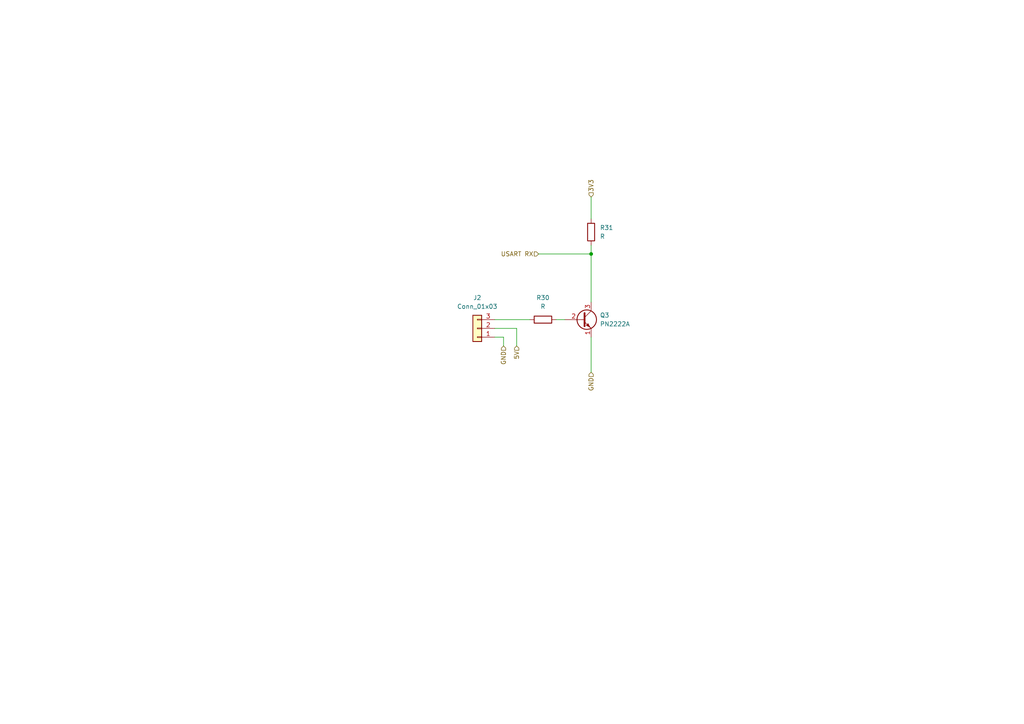
<source format=kicad_sch>
(kicad_sch (version 20230121) (generator eeschema)
  (paper "A4")
  (lib_symbols
    (symbol "Connector_Generic:Conn_01x03" (pin_names (offset 1.016) hide)
      (property "Reference" "J" (at 0 5.08 0))
      (property "Value" "Conn_01x03" (at 0 -5.08 0))
      (symbol "Conn_01x03_1_1"
        (rectangle (start -1.27 -2.413) (end 0 -2.667) (stroke (width 0.1524)))
        (rectangle (start -1.27 0.127) (end 0 -0.127) (stroke (width 0.1524)))
        (rectangle (start -1.27 2.667) (end 0 2.413) (stroke (width 0.1524)))
        (rectangle (start -1.27 3.81) (end 1.27 -3.81) (stroke (width 0.254)) (fill (type background)))
        (pin passive line (at -5.08 2.54 0) (length 3.81) (name "Pin_1") (number "1"))
        (pin passive line (at -5.08 0 0) (length 3.81) (name "Pin_2") (number "2"))
        (pin passive line (at -5.08 -2.54 0) (length 3.81) (name "Pin_3") (number "3"))
      )
    )
    (symbol "Device:R" (pin_numbers hide) (pin_names (offset 0))
      (property "Reference" "R" (at 2.032 0 90))
      (property "Value" "R" (at 0 0 90))
      (symbol "R_0_1"
        (rectangle (start -1.016 -2.54) (end 1.016 2.54) (stroke (width 0.254)))
      )
      (symbol "R_1_1"
        (pin passive line (at 0 3.81 270) (length 1.27) (name "~") (number "1"))
        (pin passive line (at 0 -3.81 90) (length 1.27) (name "~") (number "2"))
      )
    )
    (symbol "Transistor_BJT:PN2222A" (pin_names (offset 0) hide)
      (property "Reference" "Q" (at 5.08 1.905 0))
      (property "Value" "PN2222A" (at 5.08 0 0))
      (symbol "PN2222A_0_1"
        (polyline (pts (xy 0 0) (xy 0.635 0)))
        (polyline (pts (xy 2.54 -2.54) (xy 0.635 -0.635)))
        (polyline (pts (xy 2.54 2.54) (xy 0.635 0.635)))
        (polyline (pts (xy 0.635 1.905) (xy 0.635 -1.905) (xy 0.635 -1.905)) (stroke (width 0.508)))
        (polyline (pts (xy 2.413 -2.413) (xy 1.905 -1.905) (xy 1.905 -1.905)))
        (polyline (pts (xy 1.143 -1.651) (xy 1.651 -1.143) (xy 2.159 -2.159) (xy 1.143 -1.651) (xy 1.143 -1.651)) (fill (type outline)))
        (circle (center 1.27 0) (radius 2.8194) (stroke (width 0.254)))
      )
      (symbol "PN2222A_1_1"
        (pin passive line (at 2.54 -5.08 90) (length 2.54) (name "E") (number "1"))
        (pin input line (at -5.08 0 0) (length 5.08) (name "B") (number "2"))
        (pin passive line (at 2.54 5.08 270) (length 2.54) (name "C") (number "3"))
      )
    )
  )
  (junction (at 171.45 73.66))
  (wire (pts (xy 156.21 73.66) (xy 171.45 73.66)))
  (wire (pts (xy 171.45 71.12) (xy 171.45 73.66)))
  (wire (pts (xy 171.45 57.15) (xy 171.45 63.5)))
  (wire (pts (xy 143.51 95.25) (xy 149.86 95.25)))
  (wire (pts (xy 146.05 97.79) (xy 146.05 100.33)))
  (wire (pts (xy 143.51 92.71) (xy 153.67 92.71)))
  (wire (pts (xy 149.86 95.25) (xy 149.86 100.33)))
  (wire (pts (xy 171.45 97.79) (xy 171.45 107.95)))
  (wire (pts (xy 143.51 97.79) (xy 146.05 97.79)))
  (wire (pts (xy 161.29 92.71) (xy 163.83 92.71)))
  (wire (pts (xy 171.45 73.66) (xy 171.45 87.63)))
  (hierarchical_label "5V" (shape input) (at 149.86 100.33 270))
  (hierarchical_label "GND" (shape input) (at 171.45 107.95 270))
  (hierarchical_label "USART RX" (shape input) (at 156.21 73.66 180))
  (hierarchical_label "3V3" (shape input) (at 171.45 57.15 90))
  (hierarchical_label "GND" (shape input) (at 146.05 100.33 270))
  (symbol (lib_id "Device:R") (at 171.45 67.31 0) (unit 1)
    (property "Reference" "R31" (at 173.99 66.04 0) (effects (justify left)))
    (property "Value" "R" (at 173.99 68.58 0) (effects (justify left)))
    (property "Footprint" "Resistor_THT:R_Axial_DIN0207_L6.3mm_D2.5mm_P10.16mm_Horizontal" (effects hide))
    (instances (project "ROSE-PILK_v1" (path "" (reference "R31") (unit 1))) (project "CAN Bus" (path "" (reference "R2") (unit 1))))
  )
  (symbol (lib_id "Device:R") (at 157.48 92.71 90) (unit 1)
    (property "Reference" "R30" (at 157.48 86.36 90))
    (property "Value" "R" (at 157.48 88.9 90))
    (property "Footprint" "Resistor_THT:R_Axial_DIN0207_L6.3mm_D2.5mm_P10.16mm_Horizontal" (effects hide))
    (instances (project "ROSE-PILK_v1" (path "" (reference "R30") (unit 1))) (project "CAN Bus" (path "" (reference "R1") (unit 1))))
  )
  (symbol (lib_id "Transistor_BJT:PN2222A") (at 168.91 92.71 0) (unit 1)
    (property "Reference" "Q3" (at 173.99 91.44 0) (effects (justify left)))
    (property "Value" "PN2222A" (at 173.99 93.98 0) (effects (justify left)))
    (property "Footprint" "Package_TO_SOT_THT:TO-92_Inline" (effects hide))
    (property "Datasheet" "https://www.onsemi.com/pub/Collateral/PN2222-D.PDF" (effects hide))
  )
  (symbol (lib_id "Connector_Generic:Conn_01x03") (at 138.43 95.25 180) (unit 1)
    (property "Reference" "J2" (at 138.43 86.36 0))
    (property "Value" "Conn_01x03" (at 138.43 88.9 0))
    (property "Footprint" "Connector_PinHeader_2.00mm:PinHeader_1x03_P2.00mm_Vertical" (effects hide))
    (instances (project "ROSE-PILK_v1" (path "" (reference "J2") (unit 1))) (project "CAN Bus" (path "" (reference "J1") (unit 1))))
  )
)
</source>
